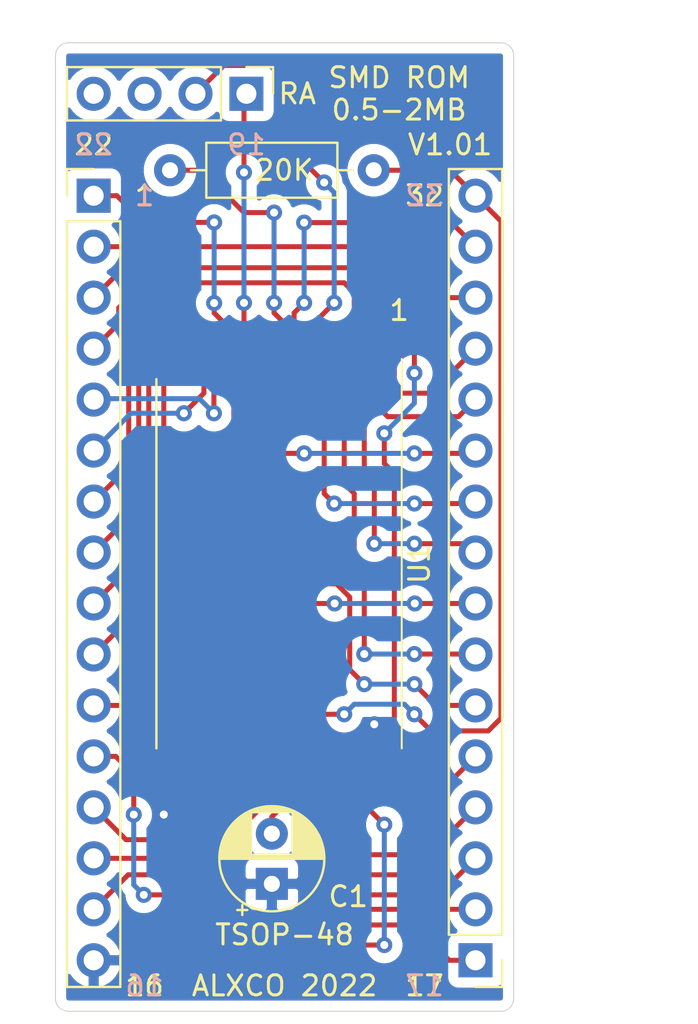
<source format=kicad_pcb>
(kicad_pcb (version 20211014) (generator pcbnew)
  (layers (0 "F.Cu" signal) (31 "B.Cu" signal) (34 "B.Paste" user) (35 "F.Paste" user) (36 "B.SilkS" user "B.Silkscreen") (37 "F.SilkS" user "F.Silkscreen") (38 "B.Mask" user) (39 "F.Mask" user) (44 "Edge.Cuts" user))
  (net 0 "")
  (net 1 "+5V")
  (net 2 "GND")
  (net 3 "/D2")
  (net 4 "/D1")
  (net 5 "/D0")
  (net 6 "/A0")
  (net 7 "/A1")
  (net 8 "/A2")
  (net 9 "/A3")
  (net 10 "/A4")
  (net 11 "/A5")
  (net 12 "/A6")
  (net 13 "/A7")
  (net 14 "/A12")
  (net 15 "/RA15")
  (net 16 "/RA16")
  (net 17 "/RA18")
  (net 18 "/ROMWR_N")
  (net 19 "/RA17")
  (net 20 "/RA14")
  (net 21 "/A13")
  (net 22 "/A8")
  (net 23 "/A9")
  (net 24 "/A11")
  (net 25 "/RD_N")
  (net 26 "/A10")
  (net 27 "/CE_N")
  (net 28 "/D7")
  (net 29 "/D6")
  (net 30 "/D5")
  (net 31 "/D4")
  (net 32 "/D3")
  (net 33 "/RA22")
  (net 34 "/RA21")
  (net 35 "/RA20")
  (net 36 "/RA19")
  (net 37 "/RST_N")
  (net 38 "Net-(U1-Pad43)")
  (net 39 "Net-(U1-Pad41)")
  (net 40 "Net-(U1-Pad39)")
  (net 41 "Net-(U1-Pad36)")
  (net 42 "Net-(U1-Pad34)")
  (net 43 "Net-(U1-Pad32)")
  (net 44 "Net-(U1-Pad30)")
  (net 45 "Net-(U1-Pad15)")
  (net 46 "Net-(U1-Pad14)")
  (net 47 "Net-(U1-Pad13)")
  (net 48 "Net-(U1-Pad10)")
  (footprint "Connector_PinHeader_2.54mm:PinHeader_1x16_P2.54mm_Vertical" (layer "F.Cu") (at 30.48 55.88)
    (fp_text reference "J0" hide)
    (fp_text value "Conn_01x16")
    (fp_line (start -1.33 -1.33) (end 0 -1.33) (layer "F.SilkS") (width 0.12))
    (fp_line (start 1.33 1.27) (end 1.33 39.43) (layer "F.SilkS") (width 0.12))
    (fp_line (start -1.33 0) (end -1.33 -1.33) (layer "F.SilkS") (width 0.12))
    (fp_line (start -1.33 1.27) (end -1.33 39.43) (layer "F.SilkS") (width 0.12))
    (fp_line (start -1.33 39.43) (end 1.33 39.43) (layer "F.SilkS") (width 0.12))
    (fp_line (start -1.33 1.27) (end 1.33 1.27) (layer "F.SilkS") (width 0.12))
    (pad "1" thru_hole rect locked (at 0 0) (size 1.7 1.7) (drill 1) (layers *.Cu *.Mask) (net 17 "/RA18"))
    (pad "2" thru_hole oval locked (at 0 2.54) (size 1.7 1.7) (drill 1) (layers *.Cu *.Mask) (net 16 "/RA16"))
    (pad "3" thru_hole oval locked (at 0 5.08) (size 1.7 1.7) (drill 1) (layers *.Cu *.Mask) (net 15 "/RA15"))
    (pad "4" thru_hole oval locked (at 0 7.62) (size 1.7 1.7) (drill 1) (layers *.Cu *.Mask) (net 14 "/A12"))
    (pad "5" thru_hole oval locked (at 0 10.16) (size 1.7 1.7) (drill 1) (layers *.Cu *.Mask) (net 13 "/A7"))
    (pad "6" thru_hole oval locked (at 0 12.7) (size 1.7 1.7) (drill 1) (layers *.Cu *.Mask) (net 12 "/A6"))
    (pad "7" thru_hole oval locked (at 0 15.24) (size 1.7 1.7) (drill 1) (layers *.Cu *.Mask) (net 11 "/A5"))
    (pad "8" thru_hole oval locked (at 0 17.78) (size 1.7 1.7) (drill 1) (layers *.Cu *.Mask) (net 10 "/A4"))
    (pad "9" thru_hole oval locked (at 0 20.32) (size 1.7 1.7) (drill 1) (layers *.Cu *.Mask) (net 9 "/A3"))
    (pad "10" thru_hole oval locked (at 0 22.86) (size 1.7 1.7) (drill 1) (layers *.Cu *.Mask) (net 8 "/A2"))
    (pad "11" thru_hole oval locked (at 0 25.4) (size 1.7 1.7) (drill 1) (layers *.Cu *.Mask) (net 7 "/A1"))
    (pad "12" thru_hole oval locked (at 0 27.94) (size 1.7 1.7) (drill 1) (layers *.Cu *.Mask) (net 6 "/A0"))
    (pad "13" thru_hole oval locked (at 0 30.48) (size 1.7 1.7) (drill 1) (layers *.Cu *.Mask) (net 5 "/D0"))
    (pad "14" thru_hole oval locked (at 0 33.02) (size 1.7 1.7) (drill 1) (layers *.Cu *.Mask) (net 4 "/D1"))
    (pad "15" thru_hole oval locked (at 0 35.56) (size 1.7 1.7) (drill 1) (layers *.Cu *.Mask) (net 3 "/D2"))
    (pad "16" thru_hole oval locked (at 0 38.1) (size 1.7 1.7) (drill 1) (layers *.Cu *.Mask) (net 2 "GND"))
  )
  (footprint "Connector_PinHeader_2.54mm:PinHeader_1x16_P2.54mm_Vertical" (layer "F.Cu") (at 49.53 93.98 180)
    (fp_text reference "J1" hide)
    (fp_text value "Conn_01x16")
    (fp_line (start -1.33 1.27) (end 1.33 1.27) (layer "F.SilkS") (width 0.12))
    (fp_line (start -1.33 1.27) (end -1.33 39.43) (layer "F.SilkS") (width 0.12))
    (fp_line (start -1.33 0) (end -1.33 -1.33) (layer "F.SilkS") (width 0.12))
    (fp_line (start -1.33 39.43) (end 1.33 39.43) (layer "F.SilkS") (width 0.12))
    (fp_line (start 1.33 1.27) (end 1.33 39.43) (layer "F.SilkS") (width 0.12))
    (fp_line (start -1.33 -1.33) (end 0 -1.33) (layer "F.SilkS") (width 0.12))
    (pad "1" thru_hole rect locked (at 0 0 180) (size 1.7 1.7) (drill 1) (layers *.Cu *.Mask) (net 32 "/D3"))
    (pad "2" thru_hole oval locked (at 0 2.54 180) (size 1.7 1.7) (drill 1) (layers *.Cu *.Mask) (net 31 "/D4"))
    (pad "3" thru_hole oval locked (at 0 5.08 180) (size 1.7 1.7) (drill 1) (layers *.Cu *.Mask) (net 30 "/D5"))
    (pad "4" thru_hole oval locked (at 0 7.62 180) (size 1.7 1.7) (drill 1) (layers *.Cu *.Mask) (net 29 "/D6"))
    (pad "5" thru_hole oval locked (at 0 10.16 180) (size 1.7 1.7) (drill 1) (layers *.Cu *.Mask) (net 28 "/D7"))
    (pad "6" thru_hole oval locked (at 0 12.7 180) (size 1.7 1.7) (drill 1) (layers *.Cu *.Mask) (net 27 "/CE_N"))
    (pad "7" thru_hole oval locked (at 0 15.24 180) (size 1.7 1.7) (drill 1) (layers *.Cu *.Mask) (net 26 "/A10"))
    (pad "8" thru_hole oval locked (at 0 17.78 180) (size 1.7 1.7) (drill 1) (layers *.Cu *.Mask) (net 25 "/RD_N"))
    (pad "9" thru_hole oval locked (at 0 20.32 180) (size 1.7 1.7) (drill 1) (layers *.Cu *.Mask) (net 24 "/A11"))
    (pad "10" thru_hole oval locked (at 0 22.86 180) (size 1.7 1.7) (drill 1) (layers *.Cu *.Mask) (net 23 "/A9"))
    (pad "11" thru_hole oval locked (at 0 25.4 180) (size 1.7 1.7) (drill 1) (layers *.Cu *.Mask) (net 22 "/A8"))
    (pad "12" thru_hole oval locked (at 0 27.94 180) (size 1.7 1.7) (drill 1) (layers *.Cu *.Mask) (net 21 "/A13"))
    (pad "13" thru_hole oval locked (at 0 30.48 180) (size 1.7 1.7) (drill 1) (layers *.Cu *.Mask) (net 20 "/RA14"))
    (pad "14" thru_hole oval locked (at 0 33.02 180) (size 1.7 1.7) (drill 1) (layers *.Cu *.Mask) (net 19 "/RA17"))
    (pad "15" thru_hole oval locked (at 0 35.56 180) (size 1.7 1.7) (drill 1) (layers *.Cu *.Mask) (net 18 "/ROMWR_N"))
    (pad "16" thru_hole oval locked (at 0 38.1 180) (size 1.7 1.7) (drill 1) (layers *.Cu *.Mask) (net 1 "+5V"))
  )
  (footprint "Connector_PinHeader_2.54mm:PinHeader_1x04_P2.54mm_Vertical" (layer "F.Cu") (at 38.1 50.8 -90)
    (fp_text reference "J2" hide)
    (fp_text value "Conn_01x04")
    (fp_line (start -1.33 -1.33) (end 0 -1.33) (layer "F.SilkS") (width 0.12))
    (fp_line (start 1.33 1.27) (end 1.33 8.95) (layer "F.SilkS") (width 0.12))
    (fp_line (start -1.33 1.27) (end -1.33 8.95) (layer "F.SilkS") (width 0.12))
    (fp_line (start -1.33 8.95) (end 1.33 8.95) (layer "F.SilkS") (width 0.12))
    (fp_line (start -1.33 1.27) (end 1.33 1.27) (layer "F.SilkS") (width 0.12))
    (fp_line (start -1.33 0) (end -1.33 -1.33) (layer "F.SilkS") (width 0.12))
    (pad "1" thru_hole rect locked (at 0 0 270) (size 1.7 1.7) (drill 1) (layers *.Cu *.Mask) (net 36 "/RA19"))
    (pad "2" thru_hole oval locked (at 0 2.54 270) (size 1.7 1.7) (drill 1) (layers *.Cu *.Mask) (net 35 "/RA20"))
    (pad "3" thru_hole oval locked (at 0 5.08 270) (size 1.7 1.7) (drill 1) (layers *.Cu *.Mask) (net 34 "/RA21"))
    (pad "4" thru_hole oval locked (at 0 7.62 270) (size 1.7 1.7) (drill 1) (layers *.Cu *.Mask) (net 33 "/RA22"))
  )
  (footprint "Capacitor_THT:CP_Radial_D5.0mm_P2.50mm" (layer "F.Cu") (at 39.37 90.17 90)
    (fp_text reference "C1" (at -0.635 3.81 180) (layer "F.SilkS"))
    (fp_text value "100n")
    (fp_line (start 3.531 1.04) (end 3.531 1.251) (layer "F.SilkS") (width 0.12))
    (fp_line (start 1.33 -2.579) (end 1.33 2.579) (layer "F.SilkS") (width 0.12))
    (fp_line (start 1.25 -2.58) (end 1.25 2.58) (layer "F.SilkS") (width 0.12))
    (fp_line (start 2.531 1.04) (end 2.531 2.247) (layer "F.SilkS") (width 0.12))
    (fp_line (start 2.331 -2.348) (end 2.331 -1.04) (layer "F.SilkS") (width 0.12))
    (fp_line (start 3.251 -1.653) (end 3.251 -1.04) (layer "F.SilkS") (width 0.12))
    (fp_line (start 2.931 -1.971) (end 2.931 -1.04) (layer "F.SilkS") (width 0.12))
    (fp_line (start 1.41 -2.576) (end 1.41 2.576) (layer "F.SilkS") (width 0.12))
    (fp_line (start 2.211 -2.398) (end 2.211 -1.04) (layer "F.SilkS") (width 0.12))
    (fp_line (start 1.49 1.04) (end 1.49 2.569) (layer "F.SilkS") (width 0.12))
    (fp_line (start 1.81 1.04) (end 1.81 2.52) (layer "F.SilkS") (width 0.12))
    (fp_line (start 3.131 -1.785) (end 3.131 -1.04) (layer "F.SilkS") (width 0.12))
    (fp_line (start 2.371 -2.329) (end 2.371 -1.04) (layer "F.SilkS") (width 0.12))
    (fp_line (start 3.451 -1.383) (end 3.451 -1.04) (layer "F.SilkS") (width 0.12))
    (fp_line (start 2.091 -2.442) (end 2.091 -1.04) (layer "F.SilkS") (width 0.12))
    (fp_line (start 1.77 1.04) (end 1.77 2.528) (layer "F.SilkS") (width 0.12))
    (fp_line (start 2.611 -2.2) (end 2.611 -1.04) (layer "F.SilkS") (width 0.12))
    (fp_line (start 3.531 -1.251) (end 3.531 -1.04) (layer "F.SilkS") (width 0.12))
    (fp_line (start 3.491 -1.319) (end 3.491 -1.04) (layer "F.SilkS") (width 0.12))
    (fp_line (start 1.57 1.04) (end 1.57 2.561) (layer "F.SilkS") (width 0.12))
    (fp_line (start 2.291 1.04) (end 2.291 2.365) (layer "F.SilkS") (width 0.12))
    (fp_line (start 1.53 1.04) (end 1.53 2.565) (layer "F.SilkS") (width 0.12))
    (fp_line (start -1.304775 -1.725) (end -1.304775 -1.225) (layer "F.SilkS") (width 0.12))
    (fp_line (start 1.57 -2.561) (end 1.57 -1.04) (layer "F.SilkS") (width 0.12))
    (fp_line (start 3.331 1.04) (end 3.331 1.554) (layer "F.SilkS") (width 0.12))
    (fp_line (start 2.171 -2.414) (end 2.171 -1.04) (layer "F.SilkS") (width 0.12))
    (fp_line (start 3.211 1.04) (end 3.211 1.699) (layer "F.SilkS") (width 0.12))
    (fp_line (start 3.171 -1.743) (end 3.171 -1.04) (layer "F.SilkS") (width 0.12))
    (fp_line (start 3.371 1.04) (end 3.371 1.5) (layer "F.SilkS") (width 0.12))
    (fp_line (start 2.731 -2.122) (end 2.731 -1.04) (layer "F.SilkS") (width 0.12))
    (fp_line (start 1.69 1.04) (end 1.69 2.543) (layer "F.SilkS") (width 0.12))
    (fp_line (start 2.651 1.04) (end 2.651 2.175) (layer "F.SilkS") (width 0.12))
    (fp_line (start 2.891 1.04) (end 2.891 2.004) (layer "F.SilkS") (width 0.12))
    (fp_line (start 2.411 -2.31) (end 2.411 -1.04) (layer "F.SilkS") (width 0.12))
    (fp_line (start 1.81 -2.52) (end 1.81 -1.04) (layer "F.SilkS") (width 0.12))
    (fp_line (start 2.051 -2.455) (end 2.051 -1.04) (layer "F.SilkS") (width 0.12))
    (fp_line (start 3.571 -1.178) (end 3.571 1.178) (layer "F.SilkS") (width 0.12))
    (fp_line (start 2.251 -2.382) (end 2.251 -1.04) (layer "F.SilkS") (width 0.12))
    (fp_line (start 3.091 1.04) (end 3.091 1.826) (layer "F.SilkS") (width 0.12))
    (fp_line (start 1.971 1.04) (end 1.971 2.48) (layer "F.SilkS") (width 0.12))
    (fp_line (start 3.091 -1.826) (end 3.091 -1.04) (layer "F.SilkS") (width 0.12))
    (fp_line (start 2.451 1.04) (end 2.451 2.29) (layer "F.SilkS") (width 0.12))
    (fp_line (start 1.53 -2.565) (end 1.53 -1.04) (layer "F.SilkS") (width 0.12))
    (fp_line (start 3.811 -0.518) (end 3.811 0.518) (layer "F.SilkS") (width 0.12))
    (fp_line (start 2.651 -2.175) (end 2.651 -1.04) (layer "F.SilkS") (width 0.12))
    (fp_line (start 2.691 1.04) (end 2.691 2.149) (layer "F.SilkS") (width 0.12))
    (fp_line (start 3.411 1.04) (end 3.411 1.443) (layer "F.SilkS") (width 0.12))
    (fp_line (start 2.291 -2.365) (end 2.291 -1.04) (layer "F.SilkS") (width 0.12))
    (fp_line (start 3.611 -1.098) (end 3.611 1.098) (layer "F.SilkS") (width 0.12))
    (fp_line (start 2.531 -2.247) (end 2.531 -1.04) (layer "F.SilkS") (width 0.12))
    (fp_line (start 3.691 -0.915) (end 3.691 0.915) (layer "F.SilkS") (width 0.12))
    (fp_line (start 3.491 1.04) (end 3.491 1.319) (layer "F.SilkS") (width 0.12))
    (fp_line (start 1.77 -2.528) (end 1.77 -1.04) (layer "F.SilkS") (width 0.12))
    (fp_line (start 3.851 -0.284) (end 3.851 0.284) (layer "F.SilkS") (width 0.12))
    (fp_line (start 1.73 1.04) (end 1.73 2.536) (layer "F.SilkS") (width 0.12))
    (fp_line (start 1.49 -2.569) (end 1.49 -1.04) (layer "F.SilkS") (width 0.12))
    (fp_line (start 1.45 -2.573) (end 1.45 2.573) (layer "F.SilkS") (width 0.12))
    (fp_line (start 2.571 -2.224) (end 2.571 -1.04) (layer "F.SilkS") (width 0.12))
    (fp_line (start 2.771 -2.095) (end 2.771 -1.04) (layer "F.SilkS") (width 0.12))
    (fp_line (start 3.731 -0.805) (end 3.731 0.805) (layer "F.SilkS") (width 0.12))
    (fp_line (start 2.771 1.04) (end 2.771 2.095) (layer "F.SilkS") (width 0.12))
    (fp_line (start 3.411 -1.443) (end 3.411 -1.04) (layer "F.SilkS") (width 0.12))
    (fp_line (start 3.371 -1.5) (end 3.371 -1.04) (layer "F.SilkS") (width 0.12))
    (fp_line (start 1.29 -2.58) (end 1.29 2.58) (layer "F.SilkS") (width 0.12))
    (fp_line (start 2.411 1.04) (end 2.411 2.31) (layer "F.SilkS") (width 0.12))
    (fp_line (start 2.491 -2.268) (end 2.491 -1.04) (layer "F.SilkS") (width 0.12))
    (fp_line (start 2.971 -1.937) (end 2.971 -1.04) (layer "F.SilkS") (width 0.12))
    (fp_line (start 2.051 1.04) (end 2.051 2.455) (layer "F.SilkS") (width 0.12))
    (fp_line (start 1.85 -2.511) (end 1.85 -1.04) (layer "F.SilkS") (width 0.12))
    (fp_line (start 2.211 1.04) (end 2.211 2.398) (layer "F.SilkS") (width 0.12))
    (fp_line (start 3.251 1.04) (end 3.251 1.653) (layer "F.SilkS") (width 0.12))
    (fp_line (start 3.451 1.04) (end 3.451 1.383) (layer "F.SilkS") (width 0.12))
    (fp_line (start 2.931 1.04) (end 2.931 1.971) (layer "F.SilkS") (width 0.12))
    (fp_line (start 2.451 -2.29) (end 2.451 -1.04) (layer "F.SilkS") (width 0.12))
    (fp_line (start 2.131 1.04) (end 2.131 2.428) (layer "F.SilkS") (width 0.12))
    (fp_line (start 3.011 1.04) (end 3.011 1.901) (layer "F.SilkS") (width 0.12))
    (fp_line (start 1.73 -2.536) (end 1.73 -1.04) (layer "F.SilkS") (width 0.12))
    (fp_line (start 2.811 1.04) (end 2.811 2.065) (layer "F.SilkS") (width 0.12))
    (fp_line (start 2.571 1.04) (end 2.571 2.224) (layer "F.SilkS") (width 0.12))
    (fp_line (start 2.491 1.04) (end 2.491 2.268) (layer "F.SilkS") (width 0.12))
    (fp_line (start 3.291 1.04) (end 3.291 1.605) (layer "F.SilkS") (width 0.12))
    (fp_line (start 3.051 -1.864) (end 3.051 -1.04) (layer "F.SilkS") (width 0.12))
    (fp_line (start 2.371 1.04) (end 2.371 2.329) (layer "F.SilkS") (width 0.12))
    (fp_line (start 3.131 1.04) (end 3.131 1.785) (layer "F.SilkS") (width 0.12))
    (fp_line (start 3.651 -1.011) (end 3.651 1.011) (layer "F.SilkS") (width 0.12))
    (fp_line (start 2.131 -2.428) (end 2.131 -1.04) (layer "F.SilkS") (width 0.12))
    (fp_line (start 2.851 1.04) (end 2.851 2.035) (layer "F.SilkS") (width 0.12))
    (fp_line (start 2.011 -2.468) (end 2.011 -1.04) (layer "F.SilkS") (width 0.12))
    (fp_line (start 1.93 1.04) (end 1.93 2.491) (layer "F.SilkS") (width 0.12))
    (fp_line (start 1.89 1.04) (end 1.89 2.501) (layer "F.SilkS") (width 0.12))
    (fp_line (start 2.811 -2.065) (end 2.811 -1.04) (layer "F.SilkS") (width 0.12))
    (fp_line (start 2.331 1.04) (end 2.331 2.348) (layer "F.SilkS") (width 0.12))
    (fp_line (start 2.691 -2.149) (end 2.691 -1.04) (layer "F.SilkS") (width 0.12))
    (fp_line (start 3.291 -1.605) (end 3.291 -1.04) (layer "F.SilkS") (width 0.12))
    (fp_line (start -1.554775 -1.475) (end -1.054775 -1.475) (layer "F.SilkS") (width 0.12))
    (fp_line (start 3.011 -1.901) (end 3.011 -1.04) (layer "F.SilkS") (width 0.12))
    (fp_line (start 3.051 1.04) (end 3.051 1.864) (layer "F.SilkS") (width 0.12))
    (fp_line (start 1.61 1.04) (end 1.61 2.556) (layer "F.SilkS") (width 0.12))
    (fp_line (start 2.011 1.04) (end 2.011 2.468) (layer "F.SilkS") (width 0.12))
    (fp_line (start 3.331 -1.554) (end 3.331 -1.04) (layer "F.SilkS") (width 0.12))
    (fp_line (start 2.891 -2.004) (end 2.891 -1.04) (layer "F.SilkS") (width 0.12))
    (fp_line (start 1.93 -2.491) (end 1.93 -1.04) (layer "F.SilkS") (width 0.12))
    (fp_line (start 3.211 -1.699) (end 3.211 -1.04) (layer "F.SilkS") (width 0.12))
    (fp_line (start 2.251 1.04) (end 2.251 2.382) (layer "F.SilkS") (width 0.12))
    (fp_line (start 1.85 1.04) (end 1.85 2.511) (layer "F.SilkS") (width 0.12))
    (fp_line (start 1.61 -2.556) (end 1.61 -1.04) (layer "F.SilkS") (width 0.12))
    (fp_line (start 1.65 -2.55) (end 1.65 -1.04) (layer "F.SilkS") (width 0.12))
    (fp_line (start 2.171 1.04) (end 2.171 2.414) (layer "F.SilkS") (width 0.12))
    (fp_line (start 2.971 1.04) (end 2.971 1.937) (layer "F.SilkS") (width 0.12))
    (fp_line (start 1.89 -2.501) (end 1.89 -1.04) (layer "F.SilkS") (width 0.12))
    (fp_line (start 1.65 1.04) (end 1.65 2.55) (layer "F.SilkS") (width 0.12))
    (fp_line (start 2.611 1.04) (end 2.611 2.2) (layer "F.SilkS") (width 0.12))
    (fp_line (start 1.971 -2.48) (end 1.971 -1.04) (layer "F.SilkS") (width 0.12))
    (fp_line (start 2.851 -2.035) (end 2.851 -1.04) (layer "F.SilkS") (width 0.12))
    (fp_line (start 2.731 1.04) (end 2.731 2.122) (layer "F.SilkS") (width 0.12))
    (fp_line (start 3.171 1.04) (end 3.171 1.743) (layer "F.SilkS") (width 0.12))
    (fp_line (start 2.091 1.04) (end 2.091 2.442) (layer "F.SilkS") (width 0.12))
    (fp_line (start 3.771 -0.677) (end 3.771 0.677) (layer "F.SilkS") (width 0.12))
    (fp_line (start 1.69 -2.543) (end 1.69 -1.04) (layer "F.SilkS") (width 0.12))
    (fp_line (start 1.37 -2.578) (end 1.37 2.578) (layer "F.SilkS") (width 0.12))
    (fp_circle (center 1.25 0) (end 3.87 0) (layer "F.SilkS") (width 0.12) (fill none))
    (pad "1" thru_hole rect locked (at 0 0 90) (size 1.6 1.6) (drill 0.8) (layers *.Cu *.Mask) (net 2 "GND"))
    (pad "2" thru_hole circle locked (at 2.5 0 90) (size 1.6 1.6) (drill 0.8) (layers *.Cu *.Mask) (net 1 "+5V"))
  )
  (footprint "Resistor_THT:R_Axial_DIN0207_L6.3mm_D2.5mm_P10.16mm_Horizontal" (layer "F.Cu") (at 44.45 54.61 180)
    (fp_text reference "R1" hide)
    (fp_text value "20K")
    (fp_line (start 1.81 1.37) (end 8.35 1.37) (layer "F.SilkS") (width 0.12))
    (fp_line (start 8.35 -1.37) (end 1.81 -1.37) (layer "F.SilkS") (width 0.12))
    (fp_line (start 1.04 0) (end 1.81 0) (layer "F.SilkS") (width 0.12))
    (fp_line (start 8.35 1.37) (end 8.35 -1.37) (layer "F.SilkS") (width 0.12))
    (fp_line (start 9.12 0) (end 8.35 0) (layer "F.SilkS") (width 0.12))
    (fp_line (start 1.81 -1.37) (end 1.81 1.37) (layer "F.SilkS") (width 0.12))
    (pad "1" thru_hole circle locked (at 0 0 180) (size 1.6 1.6) (drill 0.8) (layers *.Cu *.Mask) (net 1 "+5V"))
    (pad "2" thru_hole oval locked (at 10.16 0 180) (size 1.6 1.6) (drill 0.8) (layers *.Cu *.Mask) (net 37 "/RST_N"))
  )
  (footprint "Package_SO:TSOP-I-48_18.4x12mm_P0.5mm" (layer "F.Cu") (at 39.73 74.22 -90)
    (fp_text reference "U1" (at 0 -7 90) (layer "F.SilkS"))
    (fp_text value "M29F160")
    (fp_line (start -9.2 6.12) (end 9.2 6.12) (layer "F.SilkS") (width 0.12))
    (fp_line (start 9.2 -6.12) (end -10.2 -6.12) (layer "F.SilkS") (width 0.1))
    (pad "1" smd rect locked (at -9.75 -5.75 270) (size 2.1 0.25) (drill (offset -0.5 0)) (layers "F.Cu" "F.Paste" "F.Mask") (net 16 "/RA16"))
    (pad "2" smd rect locked (at -9.75 -5.25 270) (size 2.1 0.25) (drill (offset -0.5 0)) (layers "F.Cu" "F.Paste" "F.Mask") (net 15 "/RA15"))
    (pad "3" smd rect locked (at -9.75 -4.75 270) (size 2.1 0.25) (drill (offset -0.5 0)) (layers "F.Cu" "F.Paste" "F.Mask") (net 20 "/RA14"))
    (pad "4" smd rect locked (at -9.75 -4.25 270) (size 2.1 0.25) (drill (offset -0.5 0)) (layers "F.Cu" "F.Paste" "F.Mask") (net 21 "/A13"))
    (pad "5" smd rect locked (at -9.75 -3.75 270) (size 2.1 0.25) (drill (offset -0.5 0)) (layers "F.Cu" "F.Paste" "F.Mask") (net 14 "/A12"))
    (pad "6" smd rect locked (at -9.75 -3.25 270) (size 2.1 0.25) (drill (offset -0.5 0)) (layers "F.Cu" "F.Paste" "F.Mask") (net 24 "/A11"))
    (pad "7" smd rect locked (at -9.75 -2.75 270) (size 2.1 0.25) (drill (offset -0.5 0)) (layers "F.Cu" "F.Paste" "F.Mask") (net 26 "/A10"))
    (pad "8" smd rect locked (at -9.75 -2.25 270) (size 2.1 0.25) (drill (offset -0.5 0)) (layers "F.Cu" "F.Paste" "F.Mask") (net 23 "/A9"))
    (pad "9" smd rect locked (at -9.75 -1.75 270) (size 2.1 0.25) (drill (offset -0.5 0)) (layers "F.Cu" "F.Paste" "F.Mask") (net 35 "/RA20"))
    (pad "10" smd rect locked (at -9.75 -1.25 270) (size 2.1 0.25) (drill (offset -0.5 0)) (layers "F.Cu" "F.Paste" "F.Mask") (net 48 "Net-(U1-Pad10)"))
    (pad "11" smd rect locked (at -9.75 -0.75 270) (size 2.1 0.25) (drill (offset -0.5 0)) (layers "F.Cu" "F.Paste" "F.Mask") (net 18 "/ROMWR_N"))
    (pad "12" smd rect locked (at -9.75 -0.25 270) (size 2.1 0.25) (drill (offset -0.5 0)) (layers "F.Cu" "F.Paste" "F.Mask") (net 37 "/RST_N"))
    (pad "13" smd rect locked (at -9.75 0.25 270) (size 2.1 0.25) (drill (offset -0.5 0)) (layers "F.Cu" "F.Paste" "F.Mask") (net 47 "Net-(U1-Pad13)"))
    (pad "14" smd rect locked (at -9.75 0.75 270) (size 2.1 0.25) (drill (offset -0.5 0)) (layers "F.Cu" "F.Paste" "F.Mask") (net 46 "Net-(U1-Pad14)"))
    (pad "15" smd rect locked (at -9.75 1.25 270) (size 2.1 0.25) (drill (offset -0.5 0)) (layers "F.Cu" "F.Paste" "F.Mask") (net 45 "Net-(U1-Pad15)"))
    (pad "16" smd rect locked (at -9.75 1.75 270) (size 2.1 0.25) (drill (offset -0.5 0)) (layers "F.Cu" "F.Paste" "F.Mask") (net 36 "/RA19"))
    (pad "17" smd rect locked (at -9.75 2.25 270) (size 2.1 0.25) (drill (offset -0.5 0)) (layers "F.Cu" "F.Paste" "F.Mask") (net 17 "/RA18"))
    (pad "18" smd rect locked (at -9.75 2.75 270) (size 2.1 0.25) (drill (offset -0.5 0)) (layers "F.Cu" "F.Paste" "F.Mask") (net 22 "/A8"))
    (pad "19" smd rect locked (at -9.75 3.25 270) (size 2.1 0.25) (drill (offset -0.5 0)) (layers "F.Cu" "F.Paste" "F.Mask") (net 13 "/A7"))
    (pad "20" smd rect locked (at -9.75 3.75 270) (size 2.1 0.25) (drill (offset -0.5 0)) (layers "F.Cu" "F.Paste" "F.Mask") (net 12 "/A6"))
    (pad "21" smd rect locked (at -9.75 4.25 270) (size 2.1 0.25) (drill (offset -0.5 0)) (layers "F.Cu" "F.Paste" "F.Mask") (net 11 "/A5"))
    (pad "22" smd rect locked (at -9.75 4.75 270) (size 2.1 0.25) (drill (offset -0.5 0)) (layers "F.Cu" "F.Paste" "F.Mask") (net 10 "/A4"))
    (pad "23" smd rect locked (at -9.75 5.25 270) (size 2.1 0.25) (drill (offset -0.5 0)) (layers "F.Cu" "F.Paste" "F.Mask") (net 9 "/A3"))
    (pad "24" smd rect locked (at -9.75 5.75 270) (size 2.1 0.25) (drill (offset -0.5 0)) (layers "F.Cu" "F.Paste" "F.Mask") (net 8 "/A2"))
    (pad "25" smd rect locked (at 9.75 5.75 270) (size 2.1 0.25) (drill (offset 0.5 0)) (layers "F.Cu" "F.Paste" "F.Mask") (net 7 "/A1"))
    (pad "26" smd rect locked (at 9.75 5.25 270) (size 2.1 0.25) (drill (offset 0.5 0)) (layers "F.Cu" "F.Paste" "F.Mask") (net 27 "/CE_N"))
    (pad "27" smd rect locked (at 9.75 4.75 270) (size 2.1 0.25) (drill (offset 0.5 0)) (layers "F.Cu" "F.Paste" "F.Mask") (net 2 "GND"))
    (pad "28" smd rect locked (at 9.75 4.25 270) (size 2.1 0.25) (drill (offset 0.5 0)) (layers "F.Cu" "F.Paste" "F.Mask") (net 25 "/RD_N"))
    (pad "29" smd rect locked (at 9.75 3.75 270) (size 2.1 0.25) (drill (offset 0.5 0)) (layers "F.Cu" "F.Paste" "F.Mask") (net 5 "/D0"))
    (pad "30" smd rect locked (at 9.75 3.25 270) (size 2.1 0.25) (drill (offset 0.5 0)) (layers "F.Cu" "F.Paste" "F.Mask") (net 44 "Net-(U1-Pad30)"))
    (pad "31" smd rect locked (at 9.75 2.75 270) (size 2.1 0.25) (drill (offset 0.5 0)) (layers "F.Cu" "F.Paste" "F.Mask") (net 4 "/D1"))
    (pad "32" smd rect locked (at 9.75 2.25 270) (size 2.1 0.25) (drill (offset 0.5 0)) (layers "F.Cu" "F.Paste" "F.Mask") (net 43 "Net-(U1-Pad32)"))
    (pad "33" smd rect locked (at 9.75 1.75 270) (size 2.1 0.25) (drill (offset 0.5 0)) (layers "F.Cu" "F.Paste" "F.Mask") (net 3 "/D2"))
    (pad "34" smd rect locked (at 9.75 1.25 270) (size 2.1 0.25) (drill (offset 0.5 0)) (layers "F.Cu" "F.Paste" "F.Mask") (net 42 "Net-(U1-Pad34)"))
    (pad "35" smd rect locked (at 9.75 0.75 270) (size 2.1 0.25) (drill (offset 0.5 0)) (layers "F.Cu" "F.Paste" "F.Mask") (net 32 "/D3"))
    (pad "36" smd rect locked (at 9.75 0.25 270) (size 2.1 0.25) (drill (offset 0.5 0)) (layers "F.Cu" "F.Paste" "F.Mask") (net 41 "Net-(U1-Pad36)"))
    (pad "37" smd rect locked (at 9.75 -0.25 270) (size 2.1 0.25) (drill (offset 0.5 0)) (layers "F.Cu" "F.Paste" "F.Mask") (net 1 "+5V"))
    (pad "38" smd rect locked (at 9.75 -0.75 270) (size 2.1 0.25) (drill (offset 0.5 0)) (layers "F.Cu" "F.Paste" "F.Mask") (net 31 "/D4"))
    (pad "39" smd rect locked (at 9.75 -1.25 270) (size 2.1 0.25) (drill (offset 0.5 0)) (layers "F.Cu" "F.Paste" "F.Mask") (net 40 "Net-(U1-Pad39)"))
    (pad "40" smd rect locked (at 9.75 -1.75 270) (size 2.1 0.25) (drill (offset 0.5 0)) (layers "F.Cu" "F.Paste" "F.Mask") (net 30 "/D5"))
    (pad "41" smd rect locked (at 9.75 -2.25 270) (size 2.1 0.25) (drill (offset 0.5 0)) (layers "F.Cu" "F.Paste" "F.Mask") (net 39 "Net-(U1-Pad41)"))
    (pad "42" smd rect locked (at 9.75 -2.75 270) (size 2.1 0.25) (drill (offset 0.5 0)) (layers "F.Cu" "F.Paste" "F.Mask") (net 29 "/D6"))
    (pad "43" smd rect locked (at 9.75 -3.25 270) (size 2.1 0.25) (drill (offset 0.5 0)) (layers "F.Cu" "F.Paste" "F.Mask") (net 38 "Net-(U1-Pad43)"))
    (pad "44" smd rect locked (at 9.75 -3.75 270) (size 2.1 0.25) (drill (offset 0.5 0)) (layers "F.Cu" "F.Paste" "F.Mask") (net 28 "/D7"))
    (pad "45" smd rect locked (at 9.75 -4.25 270) (size 2.1 0.25) (drill (offset 0.5 0)) (layers "F.Cu" "F.Paste" "F.Mask") (net 6 "/A0"))
    (pad "46" smd rect locked (at 9.75 -4.75 270) (size 2.1 0.25) (drill (offset 0.5 0)) (layers "F.Cu" "F.Paste" "F.Mask") (net 2 "GND"))
    (pad "47" smd rect locked (at 9.75 -5.25 270) (size 2.1 0.25) (drill (offset 0.5 0)) (layers "F.Cu" "F.Paste" "F.Mask") (net 2 "GND"))
    (pad "48" smd rect locked (at 9.75 -5.75 270) (size 2.1 0.25) (drill (offset 0.5 0)) (layers "F.Cu" "F.Paste" "F.Mask") (net 19 "/RA17"))
  )
  (gr_line (start 50.8 48.26) (end 29.21 48.26) (layer "Edge.Cuts") (width 0.05))
  (gr_line (start 28.575 95.885) (end 28.575 48.895) (layer "Edge.Cuts") (width 0.05))
  (gr_arc (start 50.8 48.26) (mid 51.249013 48.445987) (end 51.435 48.895) (layer "Edge.Cuts") (width 0.05))
  (gr_line (start 51.435 95.885) (end 51.435 48.895) (layer "Edge.Cuts") (width 0.05))
  (gr_arc (start 28.575 48.895) (mid 28.760987 48.445987) (end 29.21 48.26) (layer "Edge.Cuts") (width 0.05))
  (gr_arc (start 51.435 95.885) (mid 51.249013 96.334013) (end 50.8 96.52) (layer "Edge.Cuts") (width 0.05))
  (gr_line (start 29.21 96.52) (end 50.8 96.52) (layer "Edge.Cuts") (width 0.05))
  (gr_arc (start 29.21 96.52) (mid 28.760987 96.334013) (end 28.575 95.885) (layer "Edge.Cuts") (width 0.05))
  (gr_text "17" (at 46.99 95.25) (layer "B.SilkS") (effects (font (size 1 1)) (justify mirror)))
  (gr_text "1" (at 33.02 55.88) (layer "B.SilkS") (effects (font (size 1 1)) (justify mirror)))
  (gr_text "32" (at 46.99 55.88) (layer "B.SilkS") (effects (font (size 1 1)) (justify mirror)))
  (gr_text "22" (at 30.48 53.34) (layer "B.SilkS") (effects (font (size 1 1)) (justify mirror)))
  (gr_text "19" (at 38.1 53.34) (layer "B.SilkS") (effects (font (size 1 1)) (justify mirror)))
  (gr_text "16" (at 33.02 95.25) (layer "B.SilkS") (effects (font (size 1 1)) (justify mirror)))
  (gr_text "1" (at 45.72 61.595) (layer "F.SilkS") (effects (font (size 1 1))))
  (gr_text "22" (at 30.48 53.34) (layer "F.SilkS") (effects (font (size 1 1))))
  (gr_text "16" (at 33.02 95.25) (layer "F.SilkS") (effects (font (size 1 1))))
  (gr_text "32" (at 46.99 55.88) (layer "F.SilkS") (effects (font (size 1 1))))
  (gr_text "SMD ROM\n0.5-2MB" (at 45.72 50.8) (layer "F.SilkS") (effects (font (size 1 1))))
  (gr_text "1" (at 33.02 55.88) (layer "F.SilkS") (effects (font (size 1 1))))
  (gr_text "TSOP-48" (at 40.005 92.71) (layer "F.SilkS") (effects (font (size 1 1))))
  (gr_text "RA" (at 40.64 50.8) (layer "F.SilkS") (effects (font (size 1 1))))
  (gr_text "V1.01" (at 48.26 53.34) (layer "F.SilkS") (effects (font (size 1 1))))
  (gr_text "20K" (at 39.98 54.61) (layer "F.SilkS") (effects (font (size 1 1))))
  (gr_text "17" (at 46.99 95.25) (layer "F.SilkS") (effects (font (size 1 1))))
  (gr_text "ALXCO 2022" (at 40.005 95.25) (layer "F.SilkS") (effects (font (size 1 1))))
  (segment (start 46.48 81.72) (end 47.31 82.55) (width 0.25) (layer "F.Cu") (net 1))
  (segment (start 40.98 81.72) (end 40.98 81.72) (width 0.25) (layer "F.Cu") (net 1))
  (segment (start 46.48 81.72) (end 46.48 81.72) (width 0.25) (layer "F.Cu") (net 1))
  (segment (start 50.8 81.915) (end 50.8 57.15) (width 0.25) (layer "F.Cu") (net 1))
  (segment (start 50.8 57.15) (end 49.53 55.88) (width 0.25) (layer "F.Cu") (net 1))
  (segment (start 50.165 82.55) (end 50.8 81.915) (width 0.25) (layer "F.Cu") (net 1))
  (segment (start 44.45 54.61) (end 48.26 54.61) (width 0.25) (layer "F.Cu") (net 1))
  (segment (start 39.98 86.22) (end 39.37 86.83) (width 0.25) (layer "F.Cu") (net 1))
  (segment (start 42.98 81.72) (end 40.98 81.72) (width 0.25) (layer "F.Cu") (net 1))
  (segment (start 48.26 54.61) (end 49.53 55.88) (width 0.25) (layer "F.Cu") (net 1))
  (segment (start 47.31 82.55) (end 50.165 82.55) (width 0.25) (layer "F.Cu") (net 1))
  (segment (start 39.98 82.72) (end 40.98 81.72) (width 0.25) (layer "F.Cu") (net 1))
  (segment (start 39.98 83.97) (end 39.98 86.22) (width 0.25) (layer "F.Cu") (net 1))
  (segment (start 39.98 82.72) (end 39.98 83.97) (width 0.25) (layer "F.Cu") (net 1))
  (segment (start 39.37 86.83) (end 39.37 87.67) (width 0.25) (layer "F.Cu") (net 1))
  (via (at 42.98 81.72) (size 0.8) (drill 0.4) (layers "F.Cu" "B.Cu") (net 1))
  (via (at 46.48 81.72) (size 0.8) (drill 0.4) (layers "F.Cu" "B.Cu") (net 1))
  (segment (start 42.98 81.72) (end 42.98 81.72) (width 0.25) (layer "B.Cu") (net 1))
  (segment (start 42.98 81.72) (end 43.48 81.22) (width 0.25) (layer "B.Cu") (net 1))
  (segment (start 45.98 81.22) (end 46.48 81.72) (width 0.25) (layer "B.Cu") (net 1))
  (segment (start 43.48 81.22) (end 45.98 81.22) (width 0.25) (layer "B.Cu") (net 1))
  (segment (start 33.98 86.72) (end 33.98 86.72) (width 0.25) (layer "F.Cu") (net 2))
  (segment (start 44.48 82.22) (end 44.48 82.22) (width 0.25) (layer "F.Cu") (net 2))
  (segment (start 34.98 86.22) (end 34.48 86.72) (width 0.25) (layer "F.Cu") (net 2))
  (segment (start 34.98 83.97) (end 34.98 86.22) (width 0.25) (layer "F.Cu") (net 2))
  (segment (start 44.98 83.97) (end 44.98 82.72) (width 0.25) (layer "F.Cu") (net 2))
  (segment (start 44.98 82.72) (end 44.48 82.22) (width 0.25) (layer "F.Cu") (net 2))
  (segment (start 44.48 82.72) (end 44.48 82.22) (width 0.25) (layer "F.Cu") (net 2))
  (segment (start 34.48 86.72) (end 33.98 86.72) (width 0.25) (layer "F.Cu") (net 2))
  (segment (start 44.48 83.97) (end 44.48 82.72) (width 0.25) (layer "F.Cu") (net 2))
  (via (at 44.48 82.22) (size 0.8) (drill 0.4) (layers "F.Cu" "B.Cu") (net 2))
  (via (at 33.98 86.72) (size 0.8) (drill 0.4) (layers "F.Cu" "B.Cu") (net 2))
  (segment (start 30.48 91.44) (end 32.2 89.72) (width 0.25) (layer "F.Cu") (net 3))
  (segment (start 34.48 89.72) (end 37.98 86.22) (width 0.25) (layer "F.Cu") (net 3))
  (segment (start 32.2 89.72) (end 34.48 89.72) (width 0.25) (layer "F.Cu") (net 3))
  (segment (start 37.98 86.22) (end 37.98 83.97) (width 0.25) (layer "F.Cu") (net 3))
  (segment (start 30.48 88.9) (end 34.3 88.9) (width 0.25) (layer "F.Cu") (net 4))
  (segment (start 34.3 88.9) (end 36.98 86.22) (width 0.25) (layer "F.Cu") (net 4))
  (segment (start 36.98 86.22) (end 36.98 83.97) (width 0.25) (layer "F.Cu") (net 4))
  (segment (start 34.23 87.97) (end 35.98 86.22) (width 0.25) (layer "F.Cu") (net 5))
  (segment (start 32.09 87.97) (end 34.23 87.97) (width 0.25) (layer "F.Cu") (net 5))
  (segment (start 35.98 86.22) (end 35.98 83.97) (width 0.25) (layer "F.Cu") (net 5))
  (segment (start 30.48 86.36) (end 32.09 87.97) (width 0.25) (layer "F.Cu") (net 5))
  (segment (start 44.98 87.22) (end 44.98 87.22) (width 0.25) (layer "F.Cu") (net 6))
  (segment (start 32.48 86.72) (end 32.48 86.72) (width 0.25) (layer "F.Cu") (net 6))
  (segment (start 44.98 93.22) (end 44.98 93.22) (width 0.25) (layer "F.Cu") (net 6))
  (segment (start 30.48 83.82) (end 31.58 83.82) (width 0.25) (layer "F.Cu") (net 6))
  (segment (start 37.48 93.22) (end 44.98 93.22) (width 0.25) (layer "F.Cu") (net 6))
  (segment (start 30.48 83.82) (end 29.845 83.82) (width 0.25) (layer "F.Cu") (net 6))
  (segment (start 32.98 90.72) (end 34.98 90.72) (width 0.25) (layer "F.Cu") (net 6))
  (segment (start 31.58 83.82) (end 32.48 84.72) (width 0.25) (layer "F.Cu") (net 6))
  (segment (start 32.48 84.72) (end 32.48 86.72) (width 0.25) (layer "F.Cu") (net 6))
  (segment (start 34.98 90.72) (end 37.48 93.22) (width 0.25) (layer "F.Cu") (net 6))
  (segment (start 31.08 83.82) (end 30.48 83.82) (width 0.25) (layer "F.Cu") (net 6))
  (segment (start 43.98 83.97) (end 43.98 86.22) (width 0.25) (layer "F.Cu") (net 6))
  (segment (start 43.98 86.22) (end 44.98 87.22) (width 0.25) (layer "F.Cu") (net 6))
  (via (at 32.48 86.72) (size 0.8) (drill 0.4) (layers "F.Cu" "B.Cu") (net 6))
  (via (at 44.98 93.22) (size 0.8) (drill 0.4) (layers "F.Cu" "B.Cu") (net 6))
  (via (at 44.98 87.22) (size 0.8) (drill 0.4) (layers "F.Cu" "B.Cu") (net 6))
  (via (at 32.98 90.72) (size 0.8) (drill 0.4) (layers "F.Cu" "B.Cu") (net 6))
  (segment (start 32.98 90.72) (end 32.98 90.72) (width 0.25) (layer "B.Cu") (net 6))
  (segment (start 44.98 93.22) (end 44.98 87.22) (width 0.25) (layer "B.Cu") (net 6))
  (segment (start 32.48 86.72) (end 32.48 90.22) (width 0.25) (layer "B.Cu") (net 6))
  (segment (start 32.48 90.22) (end 32.98 90.72) (width 0.25) (layer "B.Cu") (net 6))
  (segment (start 33.29 81.28) (end 30.48 81.28) (width 0.25) (layer "F.Cu") (net 7))
  (segment (start 33.98 83.97) (end 33.98 81.97) (width 0.25) (layer "F.Cu") (net 7))
  (segment (start 33.98 81.97) (end 33.29 81.28) (width 0.25) (layer "F.Cu") (net 7))
  (segment (start 33.98 64.47) (end 33.98 75.24) (width 0.25) (layer "F.Cu") (net 8))
  (segment (start 33.98 75.24) (end 30.48 78.74) (width 0.25) (layer "F.Cu") (net 8))
  (segment (start 33.48 61.97) (end 34.23 61.97) (width 0.25) (layer "F.Cu") (net 9))
  (segment (start 33.23 73.45) (end 33.23 62.22) (width 0.25) (layer "F.Cu") (net 9))
  (segment (start 30.48 76.2) (end 33.23 73.45) (width 0.25) (layer "F.Cu") (net 9))
  (segment (start 34.23 61.97) (end 34.48 62.22) (width 0.25) (layer "F.Cu") (net 9))
  (segment (start 34.48 62.22) (end 34.48 64.47) (width 0.25) (layer "F.Cu") (net 9))
  (segment (start 33.23 62.22) (end 33.48 61.97) (width 0.25) (layer "F.Cu") (net 9))
  (segment (start 34.48 61.47) (end 34.98 61.97) (width 0.25) (layer "F.Cu") (net 10))
  (segment (start 30.48 73.66) (end 32.73 71.41) (width 0.25) (layer "F.Cu") (net 10))
  (segment (start 32.73 71.41) (end 32.73 61.97) (width 0.25) (layer "F.Cu") (net 10))
  (segment (start 34.98 61.97) (end 34.98 64.47) (width 0.25) (layer "F.Cu") (net 10))
  (segment (start 33.23 61.47) (end 34.48 61.47) (width 0.25) (layer "F.Cu") (net 10))
  (segment (start 32.73 61.97) (end 33.23 61.47) (width 0.25) (layer "F.Cu") (net 10))
  (segment (start 30.48 71.12) (end 32.23 69.37) (width 0.25) (layer "F.Cu") (net 11))
  (segment (start 32.23 69.37) (end 32.23 61.72) (width 0.25) (layer "F.Cu") (net 11))
  (segment (start 32.98 60.97) (end 34.73 60.97) (width 0.25) (layer "F.Cu") (net 11))
  (segment (start 32.23 61.72) (end 32.98 60.97) (width 0.25) (layer "F.Cu") (net 11))
  (segment (start 34.73 60.97) (end 35.48 61.72) (width 0.25) (layer "F.Cu") (net 11))
  (segment (start 35.48 61.72) (end 35.48 64.47) (width 0.25) (layer "F.Cu") (net 11))
  (segment (start 34.98 66.72) (end 34.98 66.72) (width 0.25) (layer "F.Cu") (net 12))
  (segment (start 35.98 65.72) (end 35.98 64.47) (width 0.25) (layer "F.Cu") (net 12))
  (segment (start 34.98 66.72) (end 35.98 65.72) (width 0.25) (layer "F.Cu") (net 12))
  (via (at 34.98 66.72) (size 0.8) (drill 0.4) (layers "F.Cu" "B.Cu") (net 12))
  (segment (start 30.48 68.58) (end 32.34 66.72) (width 0.25) (layer "B.Cu") (net 12))
  (segment (start 32.34 66.72) (end 34.98 66.72) (width 0.25) (layer "B.Cu") (net 12))
  (segment (start 36.48 66.72) (end 36.48 65.97) (width 0.25) (layer "F.Cu") (net 13))
  (segment (start 36.48 65.97) (end 36.48 64.47) (width 0.25) (layer "F.Cu") (net 13))
  (via (at 36.48 66.72) (size 0.8) (drill 0.4) (layers "F.Cu" "B.Cu") (net 13))
  (segment (start 30.48 66.04) (end 30.525001 65.994999) (width 0.25) (layer "B.Cu") (net 13))
  (segment (start 30.525001 65.994999) (end 35.754999 65.994999) (width 0.25) (layer "B.Cu") (net 13))
  (segment (start 35.754999 65.994999) (end 36.48 66.72) (width 0.25) (layer "B.Cu") (net 13))
  (segment (start 31.73 62.25) (end 31.73 61.47) (width 0.25) (layer "F.Cu") (net 14))
  (segment (start 43.48 60.72) (end 43.48 64.47) (width 0.25) (layer "F.Cu") (net 14))
  (segment (start 30.48 63.5) (end 31.73 62.25) (width 0.25) (layer "F.Cu") (net 14))
  (segment (start 42.98 60.22) (end 43.48 60.72) (width 0.25) (layer "F.Cu") (net 14))
  (segment (start 31.73 61.47) (end 32.98 60.22) (width 0.25) (layer "F.Cu") (net 14))
  (segment (start 32.98 60.22) (end 42.98 60.22) (width 0.25) (layer "F.Cu") (net 14))
  (segment (start 44.48 61.47) (end 44.98 61.97) (width 0.25) (layer "F.Cu") (net 15))
  (segment (start 44.48 60.22) (end 44.48 61.47) (width 0.25) (layer "F.Cu") (net 15))
  (segment (start 43.73 59.47) (end 44.48 60.22) (width 0.25) (layer "F.Cu") (net 15))
  (segment (start 31.97 59.47) (end 43.73 59.47) (width 0.25) (layer "F.Cu") (net 15))
  (segment (start 30.48 60.96) (end 31.97 59.47) (width 0.25) (layer "F.Cu") (net 15))
  (segment (start 44.98 61.97) (end 44.98 64.47) (width 0.25) (layer "F.Cu") (net 15))
  (segment (start 43.68 58.42) (end 45.48 60.22) (width 0.25) (layer "F.Cu") (net 16))
  (segment (start 45.48 60.22) (end 45.48 64.47) (width 0.25) (layer "F.Cu") (net 16))
  (segment (start 30.48 58.42) (end 43.68 58.42) (width 0.25) (layer "F.Cu") (net 16))
  (segment (start 36.490002 61.230002) (end 36.490002 61.230002) (width 0.25) (layer "F.Cu") (net 17))
  (segment (start 36.490002 61.72) (end 36.490002 61.230002) (width 0.25) (layer "F.Cu") (net 17))
  (segment (start 36.490002 57.209998) (end 32.969998 57.209998) (width 0.25) (layer "F.Cu") (net 17))
  (segment (start 37.48 62.72) (end 37.48 62.709998) (width 0.25) (layer "F.Cu") (net 17))
  (segment (start 32.969998 57.209998) (end 31.64 55.88) (width 0.25) (layer "F.Cu") (net 17))
  (segment (start 31.64 55.88) (end 30.48 55.88) (width 0.25) (layer "F.Cu") (net 17))
  (segment (start 37.48 64.47) (end 37.48 62.72) (width 0.25) (layer "F.Cu") (net 17))
  (segment (start 37.48 62.709998) (end 36.490002 61.72) (width 0.25) (layer "F.Cu") (net 17))
  (via (at 36.490002 61.230002) (size 0.8) (drill 0.4) (layers "F.Cu" "B.Cu") (net 17))
  (via (at 36.490002 57.209998) (size 0.8) (drill 0.4) (layers "F.Cu" "B.Cu") (net 17))
  (segment (start 36.490002 61.230002) (end 36.490002 57.209998) (width 0.25) (layer "B.Cu") (net 17))
  (segment (start 40.98 61.22) (end 40.98 61.22) (width 0.25) (layer "F.Cu") (net 18))
  (segment (start 40.98 57.22) (end 48.33 57.22) (width 0.25) (layer "F.Cu") (net 18))
  (segment (start 40.48 61.72) (end 40.98 61.22) (width 0.25) (layer "F.Cu") (net 18))
  (segment (start 48.33 57.22) (end 49.53 58.42) (width 0.25) (layer "F.Cu") (net 18))
  (segment (start 40.48 64.47) (end 40.48 61.72) (width 0.25) (layer "F.Cu") (net 18))
  (via (at 40.98 57.22) (size 0.8) (drill 0.4) (layers "F.Cu" "B.Cu") (net 18))
  (via (at 40.98 61.22) (size 0.8) (drill 0.4) (layers "F.Cu" "B.Cu") (net 18))
  (segment (start 40.98 57.22) (end 40.98 57.22) (width 0.25) (layer "B.Cu") (net 18))
  (segment (start 40.98 61.22) (end 40.98 57.22) (width 0.25) (layer "B.Cu") (net 18))
  (segment (start 44.98 67.72) (end 44.98 67.72) (width 0.25) (layer "F.Cu") (net 19))
  (segment (start 44.98 69.22) (end 45.48 69.72) (width 0.25) (layer "F.Cu") (net 19))
  (segment (start 46.48 64.72) (end 46.48 61.72) (width 0.25) (layer "F.Cu") (net 19))
  (segment (start 45.48 83.97) (end 45.48 69.72) (width 0.25) (layer "F.Cu") (net 19))
  (segment (start 44.98 67.72) (end 44.98 69.22) (width 0.25) (layer "F.Cu") (net 19))
  (segment (start 46.48 61.72) (end 47.24 60.96) (width 0.25) (layer "F.Cu") (net 19))
  (segment (start 47.24 60.96) (end 49.53 60.96) (width 0.25) (layer "F.Cu") (net 19))
  (via (at 44.98 67.72) (size 0.8) (drill 0.4) (layers "F.Cu" "B.Cu") (net 19))
  (via (at 46.48 64.72) (size 0.8) (drill 0.4) (layers "F.Cu" "B.Cu") (net 19))
  (segment (start 46.48 64.72) (end 46.48 64.72) (width 0.25) (layer "B.Cu") (net 19))
  (segment (start 46.48 66.22) (end 46.48 64.72) (width 0.25) (layer "B.Cu") (net 19))
  (segment (start 44.98 67.72) (end 46.48 66.22) (width 0.25) (layer "B.Cu") (net 19))
  (segment (start 47.31 65.72) (end 49.53 63.5) (width 0.25) (layer "F.Cu") (net 20))
  (segment (start 44.48 65.230002) (end 44.969998 65.72) (width 0.25) (layer "F.Cu") (net 20))
  (segment (start 44.969998 65.72) (end 47.31 65.72) (width 0.25) (layer "F.Cu") (net 20))
  (segment (start 44.48 64.47) (end 44.48 65.230002) (width 0.25) (layer "F.Cu") (net 20))
  (segment (start 43.98 64.47) (end 43.98 65.72) (width 0.25) (layer "F.Cu") (net 21))
  (segment (start 45.149999 66.889999) (end 48.680001 66.889999) (width 0.25) (layer "F.Cu") (net 21))
  (segment (start 43.98 65.72) (end 45.149999 66.889999) (width 0.25) (layer "F.Cu") (net 21))
  (segment (start 48.680001 66.889999) (end 49.53 66.04) (width 0.25) (layer "F.Cu") (net 21))
  (segment (start 40.48 68.72) (end 40.48 68.72) (width 0.25) (layer "F.Cu") (net 22))
  (segment (start 37.474999 67.714999) (end 38.48 68.72) (width 0.25) (layer "F.Cu") (net 22))
  (segment (start 49.39 68.72) (end 49.53 68.58) (width 0.25) (layer "F.Cu") (net 22))
  (segment (start 46.48 68.72) (end 49.39 68.72) (width 0.25) (layer "F.Cu") (net 22))
  (segment (start 36.98 64.47) (end 36.98 65.230002) (width 0.25) (layer "F.Cu") (net 22))
  (segment (start 37.474999 65.725001) (end 37.474999 67.714999) (width 0.25) (layer "F.Cu") (net 22))
  (segment (start 38.48 68.72) (end 40.48 68.72) (width 0.25) (layer "F.Cu") (net 22))
  (segment (start 36.98 65.230002) (end 37.474999 65.725001) (width 0.25) (layer "F.Cu") (net 22))
  (segment (start 40.48 68.72) (end 40.98 68.72) (width 0.25) (layer "F.Cu") (net 22))
  (segment (start 49.17 68.22) (end 49.53 68.58) (width 0.25) (layer "F.Cu") (net 22))
  (via (at 40.98 68.72) (size 0.8) (drill 0.4) (layers "F.Cu" "B.Cu") (net 22))
  (via (at 46.48 68.72) (size 0.8) (drill 0.4) (layers "F.Cu" "B.Cu") (net 22))
  (segment (start 46.48 68.72) (end 46.48 68.72) (width 0.25) (layer "B.Cu") (net 22))
  (segment (start 40.98 68.72) (end 40.98 68.72) (width 0.25) (layer "B.Cu") (net 22))
  (segment (start 46.48 68.72) (end 40.98 68.72) (width 0.25) (layer "B.Cu") (net 22))
  (segment (start 41.98 70.72) (end 41.98 69.72) (width 0.25) (layer "F.Cu") (net 23))
  (segment (start 41.98 64.47) (end 41.98 65.22) (width 0.25) (layer "F.Cu") (net 23))
  (segment (start 41.98 69.72) (end 41.98 65.22) (width 0.25) (layer "F.Cu") (net 23))
  (segment (start 42.48 71.22) (end 41.98 70.72) (width 0.25) (layer "F.Cu") (net 23))
  (segment (start 49.43 71.22) (end 49.53 71.12) (width 0.25) (layer "F.Cu") (net 23))
  (segment (start 46.48 71.22) (end 49.43 71.22) (width 0.25) (layer "F.Cu") (net 23))
  (via (at 42.48 71.22) (size 0.8) (drill 0.4) (layers "F.Cu" "B.Cu") (net 23))
  (via (at 46.48 71.22) (size 0.8) (drill 0.4) (layers "F.Cu" "B.Cu") (net 23))
  (segment (start 46.48 71.22) (end 46.48 71.22) (width 0.25) (layer "B.Cu") (net 23))
  (segment (start 46.48 71.22) (end 42.48 71.22) (width 0.25) (layer "B.Cu") (net 23))
  (segment (start 44.48 70.22) (end 44.48 73.22) (width 0.25) (layer "F.Cu") (net 24))
  (segment (start 43.98 66.72) (end 43.98 69.72) (width 0.25) (layer "F.Cu") (net 24))
  (segment (start 42.98 64.47) (end 42.98 65.72) (width 0.25) (layer "F.Cu") (net 24))
  (segment (start 46.48 73.22) (end 49.09 73.22) (width 0.25) (layer "F.Cu") (net 24))
  (segment (start 43.98 69.72) (end 44.48 70.22) (width 0.25) (layer "F.Cu") (net 24))
  (segment (start 49.09 73.22) (end 49.53 73.66) (width 0.25) (layer "F.Cu") (net 24))
  (segment (start 42.98 65.72) (end 43.98 66.72) (width 0.25) (layer "F.Cu") (net 24))
  (via (at 46.48 73.22) (size 0.8) (drill 0.4) (layers "F.Cu" "B.Cu") (net 24))
  (via (at 44.48 73.22) (size 0.8) (drill 0.4) (layers "F.Cu" "B.Cu") (net 24))
  (segment (start 46.48 73.22) (end 46.48 73.22) (width 0.25) (layer "B.Cu") (net 24))
  (segment (start 44.48 73.22) (end 46.48 73.22) (width 0.25) (layer "B.Cu") (net 24))
  (segment (start 46.5 76.2) (end 46.5 76.2) (width 0.25) (layer "F.Cu") (net 25))
  (segment (start 49.53 76.2) (end 46.5 76.2) (width 0.25) (layer "F.Cu") (net 25))
  (segment (start 35.48 82.22) (end 41.5 76.2) (width 0.25) (layer "F.Cu") (net 25))
  (segment (start 41.5 76.2) (end 42.5 76.2) (width 0.25) (layer "F.Cu") (net 25))
  (segment (start 35.48 83.97) (end 35.48 82.22) (width 0.25) (layer "F.Cu") (net 25))
  (via (at 46.5 76.2) (size 0.8) (drill 0.4) (layers "F.Cu" "B.Cu") (net 25))
  (via (at 42.5 76.2) (size 0.8) (drill 0.4) (layers "F.Cu" "B.Cu") (net 25))
  (segment (start 42.5 76.2) (end 42.5 76.2) (width 0.25) (layer "B.Cu") (net 25))
  (segment (start 46.5 76.2) (end 42.5 76.2) (width 0.25) (layer "B.Cu") (net 25))
  (segment (start 43.98 75.22) (end 43.48 74.72) (width 0.25) (layer "F.Cu") (net 26))
  (segment (start 49.51 78.72) (end 49.53 78.74) (width 0.25) (layer "F.Cu") (net 26))
  (segment (start 43.98 78.72) (end 43.98 75.22) (width 0.25) (layer "F.Cu") (net 26))
  (segment (start 46.48 78.72) (end 49.51 78.72) (width 0.25) (layer "F.Cu") (net 26))
  (segment (start 43.48 70.72) (end 43.48 74.72) (width 0.25) (layer "F.Cu") (net 26))
  (segment (start 42.98 70.22) (end 43.48 70.72) (width 0.25) (layer "F.Cu") (net 26))
  (segment (start 42.48 64.47) (end 42.48 66.72) (width 0.25) (layer "F.Cu") (net 26))
  (segment (start 42.48 66.72) (end 42.98 67.22) (width 0.25) (layer "F.Cu") (net 26))
  (segment (start 42.98 67.22) (end 42.98 70.22) (width 0.25) (layer "F.Cu") (net 26))
  (via (at 46.48 78.72) (size 0.8) (drill 0.4) (layers "F.Cu" "B.Cu") (net 26))
  (via (at 43.98 78.72) (size 0.8) (drill 0.4) (layers "F.Cu" "B.Cu") (net 26))
  (segment (start 46.48 78.72) (end 46.48 78.72) (width 0.25) (layer "B.Cu") (net 26))
  (segment (start 43.98 78.72) (end 46.48 78.72) (width 0.25) (layer "B.Cu") (net 26))
  (segment (start 46.48 80.22) (end 46.48 80.22) (width 0.25) (layer "F.Cu") (net 27))
  (segment (start 43.254999 75.881997) (end 42.593002 75.22) (width 0.25) (layer "F.Cu") (net 27))
  (segment (start 40.98 75.22) (end 34.48 81.72) (width 0.25) (layer "F.Cu") (net 27))
  (segment (start 49.53 81.28) (end 47.54 81.28) (width 0.25) (layer "F.Cu") (net 27))
  (segment (start 43.98 80.22) (end 43.254999 79.494999) (width 0.25) (layer "F.Cu") (net 27))
  (segment (start 34.48 81.72) (end 34.48 83.97) (width 0.25) (layer "F.Cu") (net 27))
  (segment (start 47.54 81.28) (end 46.48 80.22) (width 0.25) (layer "F.Cu") (net 27))
  (segment (start 42.593002 75.22) (end 40.98 75.22) (width 0.25) (layer "F.Cu") (net 27))
  (segment (start 43.254999 79.494999) (end 43.254999 75.881997) (width 0.25) (layer "F.Cu") (net 27))
  (via (at 43.98 80.22) (size 0.8) (drill 0.4) (layers "F.Cu" "B.Cu") (net 27))
  (via (at 46.48 80.22) (size 0.8) (drill 0.4) (layers "F.Cu" "B.Cu") (net 27))
  (segment (start 43.98 80.22) (end 43.98 80.22) (width 0.25) (layer "B.Cu") (net 27))
  (segment (start 46.48 80.22) (end 43.98 80.22) (width 0.25) (layer "B.Cu") (net 27))
  (segment (start 43.48 83.97) (end 43.48 88.22) (width 0.25) (layer "F.Cu") (net 28))
  (segment (start 47.805 86.895) (end 47.805 85.545) (width 0.25) (layer "F.Cu") (net 28))
  (segment (start 47.805 85.545) (end 49.53 83.82) (width 0.25) (layer "F.Cu") (net 28))
  (segment (start 43.98 88.72) (end 45.98 88.72) (width 0.25) (layer "F.Cu") (net 28))
  (segment (start 45.98 88.72) (end 47.805 86.895) (width 0.25) (layer "F.Cu") (net 28))
  (segment (start 43.48 88.22) (end 43.98 88.72) (width 0.25) (layer "F.Cu") (net 28))
  (segment (start 47.98 89.22) (end 47.98 87.91) (width 0.25) (layer "F.Cu") (net 29))
  (segment (start 48.325 87.565) (end 49.53 86.36) (width 0.25) (layer "F.Cu") (net 29))
  (segment (start 42.48 83.97) (end 42.48 88.72) (width 0.25) (layer "F.Cu") (net 29))
  (segment (start 42.48 88.72) (end 43.48 89.72) (width 0.25) (layer "F.Cu") (net 29))
  (segment (start 47.48 89.72) (end 47.98 89.22) (width 0.25) (layer "F.Cu") (net 29))
  (segment (start 47.98 87.91) (end 48.325 87.565) (width 0.25) (layer "F.Cu") (net 29))
  (segment (start 43.48 89.72) (end 47.48 89.72) (width 0.25) (layer "F.Cu") (net 29))
  (segment (start 41.48 88.72) (end 43.48 90.72) (width 0.25) (layer "F.Cu") (net 30))
  (segment (start 47.71 90.72) (end 49.53 88.9) (width 0.25) (layer "F.Cu") (net 30))
  (segment (start 41.48 83.97) (end 41.48 88.72) (width 0.25) (layer "F.Cu") (net 30))
  (segment (start 43.48 90.72) (end 47.71 90.72) (width 0.25) (layer "F.Cu") (net 30))
  (segment (start 43.2 91.44) (end 49.53 91.44) (width 0.25) (layer "F.Cu") (net 31))
  (segment (start 40.495001 83.985001) (end 40.495001 88.735001) (width 0.25) (layer "F.Cu") (net 31))
  (segment (start 40.495001 88.735001) (end 43.2 91.44) (width 0.25) (layer "F.Cu") (net 31))
  (segment (start 40.48 83.97) (end 40.495001 83.985001) (width 0.25) (layer "F.Cu") (net 31))
  (segment (start 46.48 92.24) (end 48.22 93.98) (width 0.25) (layer "F.Cu") (net 32))
  (segment (start 38.98 86.22) (end 37.48 87.72) (width 0.25) (layer "F.Cu") (net 32))
  (segment (start 37.48 87.72) (end 37.48 91.22) (width 0.25) (layer "F.Cu") (net 32))
  (segment (start 38.98 83.97) (end 38.98 86.22) (width 0.25) (layer "F.Cu") (net 32))
  (segment (start 46.48 92.22) (end 46.48 92.24) (width 0.25) (layer "F.Cu") (net 32))
  (segment (start 48.22 93.98) (end 49.53 93.98) (width 0.25) (layer "F.Cu") (net 32))
  (segment (start 38.48 92.22) (end 46.48 92.22) (width 0.25) (layer "F.Cu") (net 32))
  (segment (start 37.48 91.22) (end 38.48 92.22) (width 0.25) (layer "F.Cu") (net 32))
  (segment (start 42.48 61.22) (end 42.48 61.22) (width 0.25) (layer "F.Cu") (net 35))
  (segment (start 39.81 49.39) (end 40.48 50.06) (width 0.25) (layer "F.Cu") (net 35))
  (segment (start 35.56 50.8) (end 36.97 49.39) (width 0.25) (layer "F.Cu") (net 35))
  (segment (start 41.48 62.22) (end 42.48 61.22) (width 0.25) (layer "F.Cu") (net 35))
  (segment (start 36.97 49.39) (end 39.81 49.39) (width 0.25) (layer "F.Cu") (net 35))
  (segment (start 41.48 62.22) (end 41.48 64.47) (width 0.25) (layer "F.Cu") (net 35))
  (segment (start 40.48 50.06) (end 40.48 53.72) (width 0.25) (layer "F.Cu") (net 35))
  (segment (start 40.48 53.72) (end 41.98 55.22) (width 0.25) (layer "F.Cu") (net 35))
  (via (at 42.48 61.22) (size 0.8) (drill 0.4) (layers "F.Cu" "B.Cu") (net 35))
  (via (at 41.98 55.22) (size 0.8) (drill 0.4) (layers "F.Cu" "B.Cu") (net 35))
  (segment (start 41.98 55.22) (end 41.98 55.22) (width 0.25) (layer "B.Cu") (net 35))
  (segment (start 42.48 55.72) (end 41.98 55.22) (width 0.25) (layer "B.Cu") (net 35))
  (segment (start 42.48 61.22) (end 42.48 55.72) (width 0.25) (layer "B.Cu") (net 35))
  (segment (start 37.98 61.22) (end 37.98 61.22) (width 0.25) (layer "F.Cu") (net 36))
  (segment (start 37.98 54.72) (end 37.98 50.92) (width 0.25) (layer "F.Cu") (net 36))
  (segment (start 37.98 62.22) (end 37.98 61.22) (width 0.25) (layer "F.Cu") (net 36))
  (segment (start 37.98 54.72) (end 37.98 54.72) (width 0.25) (layer "F.Cu") (net 36))
  (segment (start 37.98 50.92) (end 38.1 50.8) (width 0.25) (layer "F.Cu") (net 36))
  (segment (start 37.98 64.47) (end 37.98 62.22) (width 0.25) (layer "F.Cu") (net 36))
  (via (at 37.98 61.22) (size 0.8) (drill 0.4) (layers "F.Cu" "B.Cu") (net 36))
  (via (at 37.98 54.72) (size 0.8) (drill 0.4) (layers "F.Cu" "B.Cu") (net 36))
  (segment (start 37.98 55.72) (end 37.98 55.72) (width 0.25) (layer "B.Cu") (net 36))
  (segment (start 37.98 55.72) (end 37.98 54.72) (width 0.25) (layer "B.Cu") (net 36))
  (segment (start 37.98 61.22) (end 37.98 55.72) (width 0.25) (layer "B.Cu") (net 36))
  (segment (start 39.48 61.22) (end 39.48 61.22) (width 0.25) (layer "F.Cu") (net 37))
  (segment (start 39.98 62.709998) (end 39.98 62.22) (width 0.25) (layer "F.Cu") (net 37))
  (segment (start 39.48 61.72) (end 39.48 61.22) (width 0.25) (layer "F.Cu") (net 37))
  (segment (start 37.98 56.72) (end 35.87 54.61) (width 0.25) (layer "F.Cu") (net 37))
  (segment (start 39.48 56.72) (end 37.98 56.72) (width 0.25) (layer "F.Cu") (net 37))
  (segment (start 35.87 54.61) (end 34.29 54.61) (width 0.25) (layer "F.Cu") (net 37))
  (segment (start 39.98 64.47) (end 39.98 62.709998) (width 0.25) (layer "F.Cu") (net 37))
  (segment (start 39.98 62.22) (end 39.48 61.72) (width 0.25) (layer "F.Cu") (net 37))
  (via (at 39.48 56.72) (size 0.8) (drill 0.4) (layers "F.Cu" "B.Cu") (net 37))
  (via (at 39.48 61.22) (size 0.8) (drill 0.4) (layers "F.Cu" "B.Cu") (net 37))
  (segment (start 39.48 61.22) (end 39.48 57.22) (width 0.25) (layer "B.Cu") (net 37))
  (segment (start 39.48 57.22) (end 39.48 56.72) (width 0.25) (layer "B.Cu") (net 37))
  (zone (net 2) (net_name "GND") (layer "B.Cu") (connect_pads (clearance 0.508)) (min_thickness 0.254) (fill yes (thermal_gap 0.508) (thermal_bridge_width 0.508) (smoothing fillet) (radius 0.5))
    (polygon (pts (xy 51.435 96.52) (xy 28.575 96.52) (xy 28.575 48.26) (xy 51.435 48.26)))
  )
)
</source>
